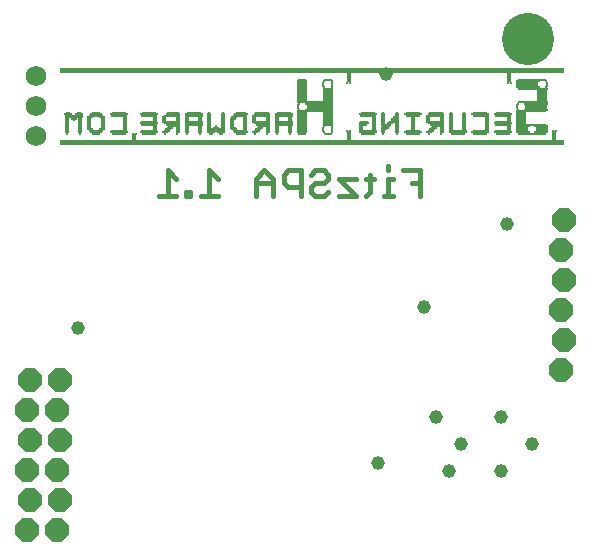
<source format=gbs>
G75*
%MOIN*%
%OFA0B0*%
%FSLAX24Y24*%
%IPPOS*%
%LPD*%
%AMOC8*
5,1,8,0,0,1.08239X$1,22.5*
%
%ADD10C,0.0150*%
%ADD11OC8,0.0780*%
%ADD12C,0.0680*%
%ADD13R,1.6800X0.0050*%
%ADD14R,0.0150X0.0050*%
%ADD15R,0.0950X0.0050*%
%ADD16R,0.0500X0.0050*%
%ADD17R,0.0100X0.0050*%
%ADD18R,0.0050X0.0050*%
%ADD19R,0.0250X0.0050*%
%ADD20R,0.0350X0.0050*%
%ADD21R,0.0300X0.0050*%
%ADD22R,0.0450X0.0050*%
%ADD23R,0.0600X0.0050*%
%ADD24R,0.0200X0.0050*%
%ADD25R,0.0400X0.0050*%
%ADD26R,0.0550X0.0050*%
%ADD27R,0.1000X0.0050*%
%ADD28R,0.1200X0.0050*%
%ADD29R,0.0800X0.0050*%
%ADD30R,0.0750X0.0050*%
%ADD31R,0.0900X0.0050*%
%ADD32C,0.0456*%
%ADD33C,0.1740*%
D10*
X005856Y012567D02*
X006423Y012567D01*
X006140Y012567D02*
X006140Y013418D01*
X006423Y013134D01*
X006742Y012709D02*
X006742Y012567D01*
X006884Y012567D01*
X006884Y012709D01*
X006742Y012709D01*
X007237Y012567D02*
X007804Y012567D01*
X007521Y012567D02*
X007521Y013418D01*
X007804Y013134D01*
X009079Y013134D02*
X009079Y012567D01*
X009079Y012992D02*
X009646Y012992D01*
X009646Y013134D02*
X009362Y013418D01*
X009079Y013134D01*
X009646Y013134D02*
X009646Y012567D01*
X010000Y012992D02*
X010141Y012851D01*
X010567Y012851D01*
X010567Y012567D02*
X010567Y013418D01*
X010141Y013418D01*
X010000Y013276D01*
X010000Y012992D01*
X010920Y012851D02*
X010920Y012709D01*
X011062Y012567D01*
X011346Y012567D01*
X011488Y012709D01*
X011841Y012567D02*
X012408Y012567D01*
X011841Y013134D01*
X012408Y013134D01*
X012739Y013134D02*
X013022Y013134D01*
X012880Y013276D02*
X012880Y012709D01*
X012739Y012567D01*
X013353Y012567D02*
X013636Y012567D01*
X013494Y012567D02*
X013494Y013134D01*
X013636Y013134D01*
X013494Y013418D02*
X013494Y013560D01*
X013990Y013418D02*
X014557Y013418D01*
X014557Y012567D01*
X014557Y012992D02*
X014273Y012992D01*
X011488Y013134D02*
X011346Y012992D01*
X011062Y012992D01*
X010920Y012851D01*
X010920Y013276D02*
X011062Y013418D01*
X011346Y013418D01*
X011488Y013276D01*
X011488Y013134D01*
D11*
X001437Y001430D03*
X002437Y001430D03*
X002537Y002430D03*
X001537Y002430D03*
X001437Y003430D03*
X002437Y003430D03*
X002537Y004430D03*
X001537Y004430D03*
X001437Y005430D03*
X002437Y005430D03*
X002537Y006430D03*
X001537Y006430D03*
X019237Y006780D03*
X019337Y007780D03*
X019237Y008780D03*
X019337Y009780D03*
X019237Y010780D03*
X019337Y011780D03*
D12*
X001747Y014565D03*
X001747Y015565D03*
X001747Y016565D03*
D13*
X010949Y016698D03*
X010949Y016748D03*
X010949Y016798D03*
X010949Y014398D03*
X010949Y014348D03*
X010949Y014298D03*
D14*
X010224Y014698D03*
X010224Y014748D03*
X010224Y014798D03*
X010224Y014848D03*
X010224Y014898D03*
X010224Y015098D03*
X010224Y015148D03*
X010224Y015198D03*
X009774Y015198D03*
X009774Y015148D03*
X009774Y015098D03*
X009774Y014898D03*
X009774Y014848D03*
X009774Y014798D03*
X009774Y014748D03*
X009774Y014698D03*
X009474Y014698D03*
X009474Y014748D03*
X009474Y014798D03*
X009474Y014848D03*
X009474Y015098D03*
X009474Y015148D03*
X009474Y015198D03*
X009024Y015198D03*
X009024Y015148D03*
X009024Y015098D03*
X008724Y015098D03*
X008724Y015148D03*
X008724Y015198D03*
X008724Y015048D03*
X008724Y014998D03*
X008724Y014948D03*
X008724Y014898D03*
X008724Y014848D03*
X008724Y014798D03*
X008274Y014898D03*
X008274Y014948D03*
X008274Y014998D03*
X008274Y015048D03*
X008274Y015098D03*
X007974Y015098D03*
X007974Y015148D03*
X007974Y015198D03*
X007974Y015248D03*
X007974Y015298D03*
X007974Y015048D03*
X007974Y014998D03*
X007974Y014948D03*
X007974Y014898D03*
X007974Y014848D03*
X007924Y014648D03*
X007574Y014648D03*
X007524Y014848D03*
X007524Y014898D03*
X007524Y014948D03*
X007524Y014998D03*
X007524Y015048D03*
X007524Y015098D03*
X007524Y015148D03*
X007524Y015198D03*
X007524Y015248D03*
X007524Y015298D03*
X007224Y015198D03*
X007224Y015148D03*
X007224Y015098D03*
X007224Y014898D03*
X007224Y014848D03*
X007224Y014798D03*
X007224Y014748D03*
X007224Y014698D03*
X006774Y014698D03*
X006774Y014748D03*
X006774Y014798D03*
X006774Y014848D03*
X006774Y014898D03*
X006774Y015098D03*
X006774Y015148D03*
X006774Y015198D03*
X006474Y015198D03*
X006474Y015148D03*
X006474Y015098D03*
X006474Y014848D03*
X006474Y014798D03*
X006474Y014748D03*
X006474Y014698D03*
X006024Y015098D03*
X006024Y015148D03*
X006024Y015198D03*
X005724Y015198D03*
X005724Y015148D03*
X005724Y015098D03*
X005724Y014898D03*
X005724Y014848D03*
X005724Y014798D03*
X005024Y014598D03*
X005024Y014548D03*
X005024Y014498D03*
X005024Y014448D03*
X004724Y014798D03*
X004724Y014848D03*
X004724Y014898D03*
X004724Y014948D03*
X004724Y014998D03*
X004724Y015048D03*
X004724Y015098D03*
X004724Y015148D03*
X004724Y015198D03*
X003974Y015148D03*
X003974Y015098D03*
X003974Y015048D03*
X003974Y014998D03*
X003974Y014948D03*
X003974Y014898D03*
X003974Y014848D03*
X003524Y014848D03*
X003524Y014898D03*
X003524Y014948D03*
X003524Y014998D03*
X003524Y015048D03*
X003524Y015098D03*
X003524Y015148D03*
X003224Y015148D03*
X003224Y015098D03*
X003224Y015048D03*
X003224Y014998D03*
X003224Y014948D03*
X003224Y014898D03*
X003224Y014848D03*
X003224Y014798D03*
X003224Y014748D03*
X003224Y014698D03*
X002774Y014698D03*
X002774Y014748D03*
X002774Y014798D03*
X002774Y014848D03*
X002774Y014898D03*
X002774Y014948D03*
X002774Y014998D03*
X002774Y015048D03*
X002774Y015098D03*
X002774Y015148D03*
X002824Y015348D03*
X003174Y015348D03*
X012174Y014698D03*
X012174Y014648D03*
X012174Y014598D03*
X012174Y014548D03*
X012174Y014498D03*
X012174Y014448D03*
X012574Y014798D03*
X012574Y014848D03*
X012574Y014898D03*
X013024Y014898D03*
X013024Y014948D03*
X013024Y014998D03*
X013024Y015048D03*
X013024Y015098D03*
X013024Y015148D03*
X013024Y015198D03*
X013324Y015198D03*
X013324Y015248D03*
X013324Y015298D03*
X013324Y015148D03*
X013324Y015098D03*
X013324Y015048D03*
X013324Y014998D03*
X013024Y014848D03*
X013024Y014798D03*
X013324Y014748D03*
X013324Y014698D03*
X013774Y014698D03*
X013774Y014748D03*
X013774Y014798D03*
X013774Y014848D03*
X013774Y014898D03*
X013774Y014948D03*
X013774Y014998D03*
X013774Y015248D03*
X013774Y015298D03*
X014324Y015198D03*
X014324Y015148D03*
X014324Y015098D03*
X014324Y015048D03*
X014324Y014998D03*
X014324Y014948D03*
X014324Y014898D03*
X014324Y014848D03*
X014324Y014798D03*
X014824Y015098D03*
X014824Y015148D03*
X014824Y015198D03*
X015274Y015198D03*
X015274Y015148D03*
X015274Y015098D03*
X015274Y014848D03*
X015274Y014798D03*
X015274Y014748D03*
X015274Y014698D03*
X015574Y014798D03*
X015574Y014848D03*
X015574Y014898D03*
X015574Y014948D03*
X015574Y014998D03*
X015574Y015048D03*
X015574Y015098D03*
X015574Y015148D03*
X015574Y015198D03*
X015574Y015248D03*
X015574Y015298D03*
X016024Y015298D03*
X016024Y015248D03*
X016024Y015198D03*
X016024Y015148D03*
X016024Y015098D03*
X016024Y015048D03*
X016024Y014998D03*
X016024Y014948D03*
X016024Y014898D03*
X016024Y014848D03*
X016024Y014798D03*
X016774Y014798D03*
X016774Y014848D03*
X016774Y014898D03*
X016774Y014948D03*
X016774Y014998D03*
X016774Y015048D03*
X016774Y015098D03*
X016774Y015148D03*
X016774Y015198D03*
X017524Y015198D03*
X017524Y015148D03*
X017524Y015098D03*
X017524Y014898D03*
X017524Y014848D03*
X017524Y014798D03*
X019024Y014698D03*
X019024Y014648D03*
X019024Y014598D03*
X019024Y014548D03*
X019024Y014498D03*
X019024Y014448D03*
X017524Y016398D03*
X017524Y016448D03*
X017524Y016498D03*
X017524Y016548D03*
X017524Y016598D03*
X017524Y016648D03*
X012174Y016648D03*
X012174Y016598D03*
X012174Y016548D03*
X012174Y016498D03*
X012174Y016448D03*
X012174Y016398D03*
D15*
X011174Y015648D03*
X011174Y015448D03*
X018274Y014648D03*
X018274Y016448D03*
D16*
X017299Y015348D03*
X017299Y014648D03*
X016549Y014648D03*
X016549Y015348D03*
X015799Y014648D03*
X015099Y014948D03*
X014299Y014748D03*
X014299Y014648D03*
X014299Y015248D03*
X014299Y015348D03*
X012799Y015348D03*
X012799Y014648D03*
X009999Y015348D03*
X009299Y014948D03*
X008549Y014748D03*
X008549Y015248D03*
X006999Y015348D03*
X006299Y015298D03*
X006299Y014948D03*
X005499Y014648D03*
X005499Y015348D03*
X004499Y015348D03*
X004499Y014648D03*
X003749Y014748D03*
X003749Y015248D03*
D17*
X002999Y015098D03*
X006049Y014648D03*
X006449Y014648D03*
X007749Y014898D03*
X009049Y014648D03*
X009449Y014648D03*
X010499Y015448D03*
X010499Y015648D03*
X011349Y016198D03*
X011349Y016398D03*
X011599Y016398D03*
X011599Y016198D03*
X011599Y014898D03*
X011599Y014698D03*
X011349Y014698D03*
X011349Y014898D03*
X014849Y014648D03*
X015249Y014648D03*
X017799Y015448D03*
X017799Y015648D03*
X018749Y016198D03*
X018749Y016398D03*
D18*
X018774Y016348D03*
X018774Y016298D03*
X018774Y016248D03*
X017774Y015598D03*
X017774Y015548D03*
X017774Y015498D03*
X017574Y016348D03*
X017474Y016348D03*
X016024Y015348D03*
X015574Y015348D03*
X013774Y015348D03*
X013324Y015348D03*
X013324Y014648D03*
X013774Y014648D03*
X012224Y014748D03*
X012124Y014748D03*
X011624Y014748D03*
X011624Y014798D03*
X011624Y014848D03*
X011324Y014848D03*
X011324Y014798D03*
X011324Y014748D03*
X010474Y015498D03*
X010474Y015548D03*
X010474Y015598D03*
X011324Y016248D03*
X011324Y016298D03*
X011324Y016348D03*
X011624Y016348D03*
X011624Y016298D03*
X011624Y016248D03*
X012124Y016348D03*
X012224Y016348D03*
X010224Y014648D03*
X009774Y014648D03*
X007974Y015348D03*
X007524Y015348D03*
X007224Y014648D03*
X006774Y014648D03*
X005074Y014648D03*
X004974Y014648D03*
X003224Y014648D03*
X002774Y014648D03*
X018974Y014748D03*
X019074Y014748D03*
D19*
X013724Y015148D03*
X013374Y014848D03*
X012674Y015048D03*
X011474Y014648D03*
X010624Y014648D03*
X010624Y016448D03*
X011474Y016448D03*
X007924Y014698D03*
X007574Y014698D03*
X003174Y015298D03*
X002824Y015298D03*
D20*
X008574Y015348D03*
X008574Y014648D03*
X010624Y014698D03*
X010624Y014748D03*
X010624Y014798D03*
X010624Y014848D03*
X010624Y014898D03*
X010624Y014948D03*
X010624Y014998D03*
X010624Y015048D03*
X010624Y015098D03*
X010624Y015148D03*
X010624Y015198D03*
X010624Y015248D03*
X010624Y015298D03*
X010624Y015348D03*
X010624Y015748D03*
X010624Y015798D03*
X010624Y015848D03*
X010624Y015898D03*
X010624Y015948D03*
X010624Y015998D03*
X010624Y016048D03*
X010624Y016098D03*
X010624Y016148D03*
X010624Y016198D03*
X010624Y016248D03*
X010624Y016298D03*
X010624Y016348D03*
X010624Y016398D03*
X011474Y016148D03*
X011474Y016098D03*
X011474Y016048D03*
X011474Y015998D03*
X011474Y015948D03*
X011474Y015898D03*
X011474Y015848D03*
X011474Y015798D03*
X011474Y015748D03*
X011474Y015348D03*
X011474Y015298D03*
X011474Y015248D03*
X011474Y015198D03*
X011474Y015148D03*
X011474Y015098D03*
X011474Y015048D03*
X011474Y014998D03*
X011474Y014948D03*
X012674Y014998D03*
X013424Y014948D03*
X013674Y015048D03*
X017924Y015048D03*
X017924Y015098D03*
X017924Y015148D03*
X017924Y015198D03*
X017924Y015248D03*
X017924Y015298D03*
X017924Y015348D03*
X017924Y014998D03*
X018624Y015748D03*
X018624Y015798D03*
X018624Y015848D03*
X018624Y015898D03*
X018624Y015948D03*
X018624Y015998D03*
X018624Y016048D03*
X018624Y016098D03*
D21*
X013699Y015098D03*
X013399Y014898D03*
X012649Y014948D03*
X003749Y014648D03*
X003749Y015348D03*
D22*
X008574Y015298D03*
X008574Y014698D03*
X009274Y015348D03*
X015074Y015348D03*
X017974Y014898D03*
X017974Y014698D03*
X018574Y014698D03*
X018574Y014898D03*
D23*
X017299Y014998D03*
X017299Y015298D03*
X017299Y014698D03*
X016549Y014698D03*
X016549Y015298D03*
X015799Y014748D03*
X015799Y014698D03*
X015049Y015048D03*
X015049Y015248D03*
X014299Y015298D03*
X014299Y014698D03*
X012799Y014698D03*
X012799Y014748D03*
X012799Y015298D03*
X009999Y015298D03*
X009999Y015248D03*
X009999Y015048D03*
X009999Y014998D03*
X009999Y014948D03*
X009249Y015048D03*
X009249Y015248D03*
X007749Y014798D03*
X007749Y014748D03*
X006999Y014948D03*
X006999Y014998D03*
X006999Y015048D03*
X006999Y015248D03*
X006999Y015298D03*
X006249Y015048D03*
X005499Y014998D03*
X005499Y015298D03*
X005499Y014698D03*
X004499Y014698D03*
X004499Y015298D03*
X002999Y015248D03*
X002999Y015198D03*
D24*
X002999Y015148D03*
X003549Y015198D03*
X003949Y015198D03*
X003949Y014798D03*
X003549Y014798D03*
X006049Y014698D03*
X006099Y014748D03*
X006149Y014798D03*
X006199Y014848D03*
X007749Y014848D03*
X008299Y014848D03*
X008349Y014798D03*
X008299Y015148D03*
X008349Y015198D03*
X009049Y014698D03*
X009099Y014748D03*
X009149Y014798D03*
X009199Y014848D03*
X013349Y014798D03*
X013549Y014998D03*
X013749Y015198D03*
X014849Y014698D03*
X014899Y014748D03*
X014949Y014798D03*
X014999Y014848D03*
D25*
X015149Y014898D03*
X017949Y014848D03*
X017949Y014798D03*
X017949Y014748D03*
X018599Y014748D03*
X018599Y014798D03*
X018599Y014848D03*
X009349Y014898D03*
X006349Y014898D03*
X006299Y015348D03*
X003749Y015298D03*
X003749Y014698D03*
D26*
X004524Y014748D03*
X004524Y015248D03*
X005524Y015248D03*
X005524Y015048D03*
X005524Y014948D03*
X005524Y014748D03*
X006274Y014998D03*
X006274Y015248D03*
X009274Y015298D03*
X009274Y014998D03*
X012824Y015248D03*
X015074Y015298D03*
X015074Y014998D03*
X016574Y014748D03*
X016574Y015248D03*
X017324Y015248D03*
X017324Y015048D03*
X017324Y014948D03*
X017324Y014748D03*
D27*
X018249Y014948D03*
X018249Y015398D03*
X018299Y015698D03*
X018299Y016148D03*
D28*
X011049Y015698D03*
X011049Y015398D03*
D29*
X018149Y016198D03*
X018149Y016398D03*
X018399Y015648D03*
X018399Y015448D03*
D30*
X018424Y015498D03*
X018424Y015548D03*
X018424Y015598D03*
X018124Y016248D03*
X018124Y016298D03*
X018124Y016348D03*
D31*
X011199Y015598D03*
X011199Y015548D03*
X011199Y015498D03*
D32*
X013413Y016630D03*
X017440Y011622D03*
X014677Y008850D03*
X015072Y005192D03*
X015927Y004301D03*
X015504Y003410D03*
X017241Y003392D03*
X018267Y004301D03*
X017259Y005201D03*
X013137Y003680D03*
X003137Y008180D03*
D33*
X018151Y017784D03*
M02*

</source>
